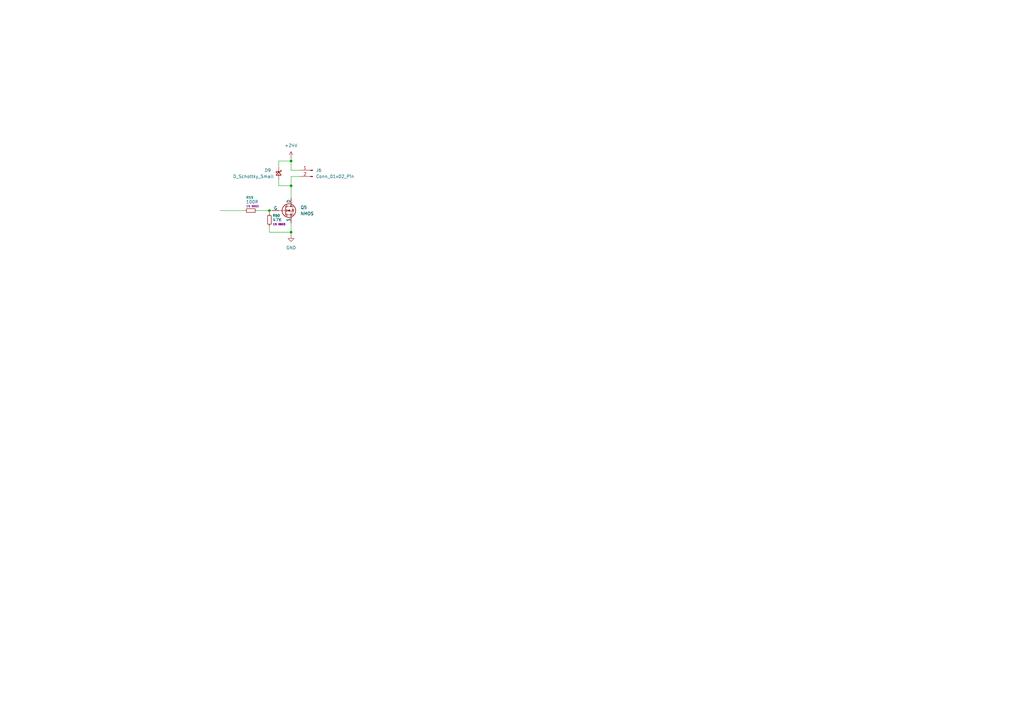
<source format=kicad_sch>
(kicad_sch (version 20250114) (generator "eeschema") (generator_version "9.0")
  (paper "A3")
  (lib_symbols
    (symbol "Connector:Conn_01x02_Pin" (pin_names (offset 1.016) (hide yes))
      (property "Reference" "J" (at 0 2.54 0))
      (property "Value" "Conn_01x02_Pin" (at 0 -5.08 0))
      (symbol "Conn_01x02_Pin_1_1"
        (rectangle (start 0.8636 0.127) (end 0 -0.127) (stroke (width 0.1524)) (fill (type outline)))
        (rectangle (start 0.8636 -2.413) (end 0 -2.667) (stroke (width 0.1524)) (fill (type outline)))
        (polyline (pts (xy 1.27 0) (xy 0.8636 0)) (stroke (width 0.1524)))
        (polyline (pts (xy 1.27 -2.54) (xy 0.8636 -2.54)) (stroke (width 0.1524)))
        (pin passive line (at 5.08 0 180) (length 3.81) (name "Pin_1") (number "1"))
        (pin passive line (at 5.08 -2.54 180) (length 3.81) (name "Pin_2") (number "2"))
      )
    )
    (symbol "Device:D_Schottky_Small" (pin_numbers (hide yes)) (pin_names (offset 0.254) (hide yes))
      (property "Reference" "D" (at -1.27 2.032 0))
      (property "Value" "D_Schottky_Small" (at -7.112 -2.032 0))
      (symbol "D_Schottky_Small_0_1"
        (polyline (pts (xy -1.27 0.762) (xy -1.27 1.016) (xy -0.762 1.016) (xy -0.762 -1.016) (xy -0.254 -1.016) (xy -0.254 -0.762)) (stroke (width 0.254)))
        (polyline (pts (xy -0.762 0) (xy 0.762 0)))
        (polyline (pts (xy 0.762 -1.016) (xy -0.762 0) (xy 0.762 1.016) (xy 0.762 -1.016)) (stroke (width 0.254)))
      )
      (symbol "D_Schottky_Small_1_1"
        (pin passive line (at -2.54 0 0) (length 1.778) (name "K") (number "1"))
        (pin passive line (at 2.54 0 180) (length 1.778) (name "A") (number "2"))
      )
    )
    (symbol "Device:R_Small" (pin_numbers (hide yes)) (pin_names (offset 0.254) (hide yes))
      (property "Reference" "R" (at 0 0 90))
      (property "Value" "R_Small" (at 1.778 0 90))
      (symbol "R_Small_0_1"
        (rectangle (start -0.762 1.778) (end 0.762 -1.778) (stroke (width 0.2032)))
      )
      (symbol "R_Small_1_1"
        (pin passive line (at 0 2.54 270) (length 0.762) (name "~") (number "1"))
        (pin passive line (at 0 -2.54 90) (length 0.762) (name "~") (number "2"))
      )
    )
    (symbol "Simulation_SPICE:NMOS" (pin_numbers (hide yes)) (pin_names (offset 0))
      (property "Reference" "Q" (at 5.08 1.27 0))
      (property "Value" "NMOS" (at 5.08 -1.27 0))
      (symbol "NMOS_0_1"
        (polyline (pts (xy 0.254 1.905) (xy 0.254 -1.905)) (stroke (width 0.254)))
        (polyline (pts (xy 0.254 0) (xy -2.54 0)))
        (polyline (pts (xy 0.762 2.286) (xy 0.762 1.27)) (stroke (width 0.254)))
        (polyline (pts (xy 0.762 0.508) (xy 0.762 -0.508)) (stroke (width 0.254)))
        (polyline (pts (xy 0.762 -1.27) (xy 0.762 -2.286)) (stroke (width 0.254)))
        (polyline (pts (xy 0.762 -1.778) (xy 3.302 -1.778) (xy 3.302 1.778) (xy 0.762 1.778)))
        (polyline (pts (xy 1.016 0) (xy 2.032 0.381) (xy 2.032 -0.381) (xy 1.016 0)) (fill (type outline)))
        (circle (center 1.651 0) (radius 2.794) (stroke (width 0.254)))
        (polyline (pts (xy 2.54 2.54) (xy 2.54 1.778)))
        (circle (center 2.54 1.778) (radius 0.254) (fill (type outline)))
        (circle (center 2.54 -1.778) (radius 0.254) (fill (type outline)))
        (polyline (pts (xy 2.54 -2.54) (xy 2.54 0) (xy 0.762 0)))
        (polyline (pts (xy 2.794 0.508) (xy 2.921 0.381) (xy 3.683 0.381) (xy 3.81 0.254)))
        (polyline (pts (xy 3.302 0.381) (xy 2.921 -0.254) (xy 3.683 -0.254) (xy 3.302 0.381)))
      )
      (symbol "NMOS_1_1"
        (pin input line (at -5.08 0 0) (length 2.54) (name "G") (number "2"))
        (pin passive line (at 2.54 5.08 270) (length 2.54) (name "D") (number "1"))
        (pin passive line (at 2.54 -5.08 90) (length 2.54) (name "S") (number "3"))
      )
    )
    (symbol "power:+24V" (power) (pin_numbers (hide yes)) (pin_names (offset 0) (hide yes))
      (property "Value" "+24V" (at 0 3.556 0))
      (symbol "+24V_0_1"
        (polyline (pts (xy -0.762 1.27) (xy 0 2.54)))
        (polyline (pts (xy 0 2.54) (xy 0.762 1.27)))
        (polyline (pts (xy 0 0) (xy 0 2.54)))
      )
      (symbol "+24V_1_1"
        (pin power_in line (at 0 0 90) (length 0) (name "~") (number "1"))
      )
    )
    (symbol "power:GND" (power) (pin_numbers (hide yes)) (pin_names (offset 0) (hide yes))
      (property "Value" "GND" (at 0 -3.81 0))
      (symbol "GND_0_1"
        (polyline (pts (xy 0 0) (xy 0 -1.27) (xy 1.27 -1.27) (xy 0 -2.54) (xy -1.27 -1.27) (xy 0 -1.27)))
      )
      (symbol "GND_1_1"
        (pin power_in line (at 0 0 270) (length 0) (name "~") (number "1"))
      )
    )
  )
  (junction (at 110.49 86.36))
  (junction (at 119.38 95.25))
  (junction (at 119.38 66.04))
  (junction (at 119.38 76.2))
  (wire (pts (xy 110.49 92.71) (xy 110.49 95.25)))
  (wire (pts (xy 119.38 95.25) (xy 110.49 95.25)))
  (wire (pts (xy 119.38 64.77) (xy 119.38 66.04)))
  (wire (pts (xy 110.49 86.36) (xy 111.76 86.36)))
  (wire (pts (xy 114.3 73.66) (xy 114.3 76.2)))
  (wire (pts (xy 119.38 91.44) (xy 119.38 95.25)))
  (wire (pts (xy 90.17 86.36) (xy 100.33 86.36)))
  (wire (pts (xy 119.38 66.04) (xy 119.38 69.85)))
  (wire (pts (xy 119.38 72.39) (xy 119.38 76.2)))
  (wire (pts (xy 114.3 68.58) (xy 114.3 66.04)))
  (wire (pts (xy 114.3 66.04) (xy 119.38 66.04)))
  (wire (pts (xy 105.41 86.36) (xy 110.49 86.36)))
  (wire (pts (xy 114.3 76.2) (xy 119.38 76.2)))
  (wire (pts (xy 119.38 95.25) (xy 119.38 96.52)))
  (wire (pts (xy 119.38 72.39) (xy 123.19 72.39)))
  (wire (pts (xy 119.38 76.2) (xy 119.38 81.28)))
  (wire (pts (xy 110.49 87.63) (xy 110.49 86.36)))
  (wire (pts (xy 123.19 69.85) (xy 119.38 69.85)))
  (symbol (lib_id "Device:R_Small") (at 102.87 86.36 90) (unit 1)
    (property "Reference" "R59" (at 100.838 81.026 90) (effects (font (size 1.016 1.016)) (justify right)))
    (property "Value" "100R" (at 100.838 82.804 90) (effects (justify right)))
    (property "Description" "Resistor, small symbol" (effects (hide yes)))
    (property "Case" "0603" (at 104.648 84.582 90) (effects (font (size 0.762 0.762))))
    (property "Tolerance" "1%" (at 101.854 84.582 90) (effects (font (size 0.762 0.762))))
  )
  (symbol (lib_id "Connector:Conn_01x02_Pin") (at 128.27 69.85 0) (mirror y) (unit 1)
    (property "Reference" "J6" (at 129.54 69.8499 0) (effects (justify right)))
    (property "Value" "Conn_01x02_Pin" (at 129.54 72.3899 0) (effects (justify right)))
    (property "Description" "Generic connector, single row, 01x02, script generated" (effects (hide yes)))
  )
  (symbol (lib_id "power:+24V") (at 119.38 64.77 0) (unit 1)
    (property "Reference" "#PWR079" (effects (hide yes)))
    (property "Value" "+24V" (at 119.38 59.69 0))
    (property "Description" "Power symbol creates a global label with name \"+24V\"" (effects (hide yes)))
  )
  (symbol (lib_id "Device:R_Small") (at 110.49 90.17 0) (unit 1)
    (property "Reference" "R60" (at 111.76 88.392 0) (effects (font (size 1.016 1.016)) (justify left)))
    (property "Value" "47K" (at 111.76 90.17 0) (effects (justify left)))
    (property "Description" "Resistor, small symbol" (effects (hide yes)))
    (property "Case" "0603" (at 115.57 91.948 0) (effects (font (size 0.762 0.762))))
    (property "Tolerance" "1%" (at 112.776 91.948 0) (effects (font (size 0.762 0.762))))
  )
  (symbol (lib_id "Device:D_Schottky_Small") (at 114.3 71.12 270) (unit 1)
    (property "Reference" "D9" (at 108.458 69.85 90) (effects (justify left)))
    (property "Value" "D_Schottky_Small" (at 95.504 72.39 90) (effects (justify left)))
    (property "Description" "Schottky diode, small symbol" (effects (hide yes)))
  )
  (symbol (lib_id "power:GND") (at 119.38 96.52 0) (unit 1)
    (property "Reference" "#PWR080" (effects (hide yes)))
    (property "Value" "GND" (at 119.38 101.6 0))
    (property "Description" "Power symbol creates a global label with name \"GND\" , ground" (effects (hide yes)))
  )
  (symbol (lib_id "Simulation_SPICE:NMOS") (at 116.84 86.36 0) (unit 1)
    (property "Reference" "Q5" (at 123.19 85.0899 0) (effects (justify left)))
    (property "Value" "NMOS" (at 123.19 87.6299 0) (effects (justify left)))
    (property "Datasheet" "https://ngspice.sourceforge.io/docs/ngspice-html-manual/manual.xhtml#cha_MOSFETs" (effects (hide yes)))
    (property "Description" "N-MOSFET transistor, drain/source/gate" (effects (hide yes)))
    (property "Sim.Device" "NMOS" (effects (hide yes)))
    (property "Sim.Type" "VDMOS" (effects (hide yes)))
    (property "Sim.Pins" "1=D 2=G 3=S" (effects (hide yes)))
  )
)
</source>
